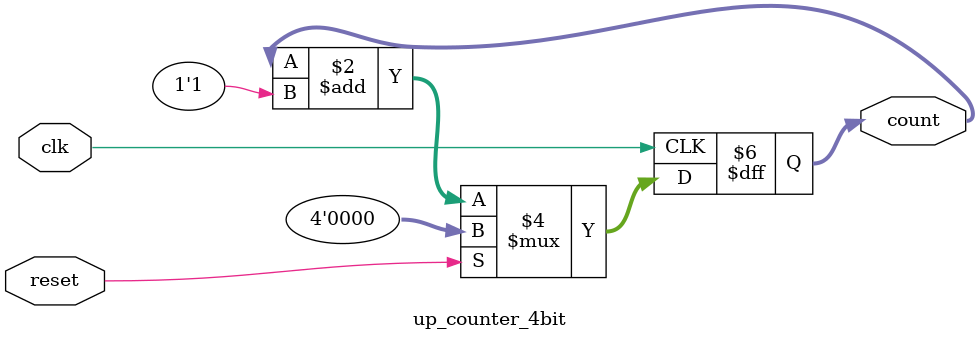
<source format=v>

module up_counter_4bit (
    input wire clk,
    input wire reset,     // Synchronous reset
    output reg [3:0] count
);

always @(posedge clk) begin
    if (reset) begin
        count <= 4'b0000; // Reset to zero
    end else begin
        count <= count + 1'b1;
    end
end

endmodule

</source>
